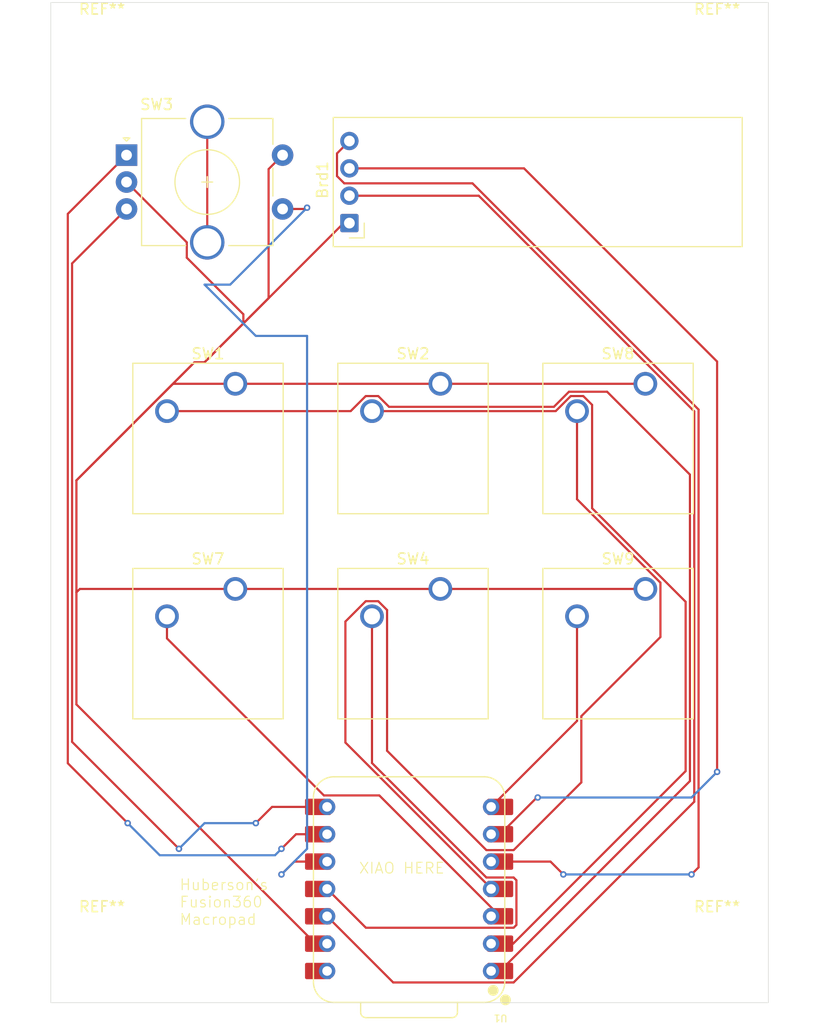
<source format=kicad_pcb>
(kicad_pcb (version 20241229) (generator "pcbnew") (generator_version "9.0")
  (layers (0 "F.Cu" signal) (2 "B.Cu" signal) (13 "F.Paste" user) (15 "B.Paste" user) (5 "F.SilkS" user "F.Silkscreen") (7 "B.SilkS" user "B.Silkscreen") (1 "F.Mask" user) (3 "B.Mask" user) (25 "Edge.Cuts" user))
  (net 0 "")
  (net 1 "Net-(Brd1-VCC)")
  (net 2 "Net-(Brd1-SCL)")
  (net 3 "GND")
  (net 4 "Net-(Brd1-SDA)")
  (net 5 "Net-(U1-GPIO26{slash}ADC0{slash}A0)")
  (net 6 "Net-(U1-GPIO27{slash}ADC1{slash}A1)")
  (net 7 "Net-(U1-GPIO2{slash}SCK)")
  (net 8 "unconnected-(SW3-PadMP)")
  (net 9 "Net-(U1-GPIO4{slash}MISO)")
  (net 10 "Net-(U1-GPIO1{slash}RX)")
  (net 11 "Net-(U1-GPIO3{slash}MOSI)")
  (net 12 "Net-(U1-GPIO28{slash}ADC2{slash}A2)")
  (net 13 "Net-(U1-GPIO29{slash}ADC3{slash}A3)")
  (net 14 "Net-(U1-GPIO0{slash}TX)")
  (net 15 "+5V")
  (footprint "xiao:XIAO-RP2040-DIP" (layer "F.Cu") (at 90.443466 115.646487 180)
    (property "Reference" "U1" (at -8.5 -12 180) (layer "F.SilkS") (effects (font (size 0.635 0.635) (thickness 0.1016))))
    (property "Value" "XIAO-RP2040-DIP")
    (fp_line (start 8.89 8.509) (end 8.89 -8.636) (stroke (width 0.127)) (layer "F.SilkS"))
    (fp_line (start 6.985 -10.541) (end -6.985 -10.541) (stroke (width 0.1)) (layer "F.SilkS"))
    (fp_line (start 6.985 -10.541) (end -6.985 -10.541) (stroke (width 0.127)) (layer "F.SilkS"))
    (fp_line (start 4.504 -11.451) (end 4.504 -10.541) (stroke (width 0.127)) (layer "F.SilkS"))
    (fp_line (start -3.991272 -11.951) (end 4.004 -11.951) (stroke (width 0.127)) (layer "F.SilkS"))
    (fp_line (start -4.495 -10.541) (end -4.491272 -11.451272) (stroke (width 0.127)) (layer "F.SilkS"))
    (fp_line (start -6.985 10.414) (end 6.985 10.414) (stroke (width 0.127)) (layer "F.SilkS"))
    (fp_line (start -8.89 8.509) (end -8.89 -8.636) (stroke (width 0.127)) (layer "F.SilkS"))
    (fp_arc (start 8.89 8.509) (mid 8.332038 9.856038) (end 6.985 10.414) (stroke (width 0.127)) (layer "F.SilkS"))
    (fp_arc (start 6.985 -10.541) (mid 8.332038 -9.983038) (end 8.89 -8.636) (stroke (width 0.127)) (layer "F.SilkS"))
    (fp_arc (start 4.004 -11.951) (mid 4.357553 -11.804553) (end 4.504 -11.451) (stroke (width 0.127)) (layer "F.SilkS"))
    (fp_arc (start -4.491272 -11.451272) (mid -4.344728 -11.80464) (end -3.991272 -11.951) (stroke (width 0.127)) (layer "F.SilkS"))
    (fp_arc (start -6.985 10.414) (mid -8.332038 9.856038) (end -8.89 8.509) (stroke (width 0.127)) (layer "F.SilkS"))
    (fp_arc (start -8.89 -8.636) (mid -8.332038 -9.983038) (end -6.985 -10.541) (stroke (width 0.127)) (layer "F.SilkS"))
    (fp_circle (center -7.807 -9.42) (end -7.807 -9.674) (stroke (width 0.5)) (fill yes) (layer "F.SilkS"))
    (fp_circle (center -8.95 -10.3) (end -8.95 -10.554) (stroke (width 0.5)) (fill yes) (layer "F.SilkS"))
    (pad "1" smd roundrect (at -8.455 -7.62) (size 2.432 1.524) (layers "F.Cu" "F.Mask") (roundrect_rratio 0.1) (net 5 "Net-(U1-GPIO26{slash}ADC0{slash}A0)"))
    (pad "1" thru_hole circle (at -7.62 -7.62) (size 1.524 1.524) (drill 0.889) (layers "*.Cu" "*.Mask") (net 5 "Net-(U1-GPIO26{slash}ADC0{slash}A0)"))
    (pad "2" smd roundrect (at -8.455 -5.08) (size 2.432 1.524) (layers "F.Cu" "F.Mask") (roundrect_rratio 0.1) (net 6 "Net-(U1-GPIO27{slash}ADC1{slash}A1)"))
    (pad "2" thru_hole circle (at -7.62 -5.08) (size 1.524 1.524) (drill 0.889) (layers "*.Cu" "*.Mask") (net 6 "Net-(U1-GPIO27{slash}ADC1{slash}A1)"))
    (pad "3" smd roundrect (at -8.455 -2.54) (size 2.432 1.524) (layers "F.Cu" "F.Mask") (roundrect_rratio 0.1) (net 12 "Net-(U1-GPIO28{slash}ADC2{slash}A2)"))
    (pad "3" thru_hole circle (at -7.62 -2.54) (size 1.524 1.524) (drill 0.889) (layers "*.Cu" "*.Mask") (net 12 "Net-(U1-GPIO28{slash}ADC2{slash}A2)"))
    (pad "4" smd roundrect (at -8.455 0) (size 2.432 1.524) (layers "F.Cu" "F.Mask") (roundrect_rratio 0.1) (net 13 "Net-(U1-GPIO29{slash}ADC3{slash}A3)"))
    (pad "4" thru_hole circle (at -7.62 0) (size 1.524 1.524) (drill 0.889) (layers "*.Cu" "*.Mask") (net 13 "Net-(U1-GPIO29{slash}ADC3{slash}A3)"))
    (pad "5" smd roundrect (at -8.455 2.54) (size 2.432 1.524) (layers "F.Cu" "F.Mask") (roundrect_rratio 0.1) (net 4 "Net-(Brd1-SDA)"))
    (pad "5" thru_hole circle (at -7.62 2.54) (size 1.524 1.524) (drill 0.889) (layers "*.Cu" "*.Mask") (net 4 "Net-(Brd1-SDA)"))
    (pad "6" smd roundrect (at -8.455 5.08) (size 2.432 1.524) (layers "F.Cu" "F.Mask") (roundrect_rratio 0.1) (net 2 "Net-(Brd1-SCL)"))
    (pad "6" thru_hole circle (at -7.62 5.08) (size 1.524 1.524) (drill 0.889) (layers "*.Cu" "*.Mask") (net 2 "Net-(Brd1-SCL)"))
    (pad "7" smd roundrect (at -8.455 7.62) (size 2.432 1.524) (layers "F.Cu" "F.Mask") (roundrect_rratio 0.1) (net 14 "Net-(U1-GPIO0{slash}TX)"))
    (pad "7" thru_hole circle (at -7.62 7.62) (size 1.524 1.524) (drill 0.889) (layers "*.Cu" "*.Mask") (net 14 "Net-(U1-GPIO0{slash}TX)"))
    (pad "8" thru_hole circle (at 7.62 7.62 180) (size 1.524 1.524) (drill 0.889) (layers "*.Cu" "*.Mask") (net 10 "Net-(U1-GPIO1{slash}RX)"))
    (pad "8" smd roundrect (at 8.455 7.62 180) (size 2.432 1.524) (layers "F.Cu" "F.Mask") (roundrect_rratio 0.1) (net 10 "Net-(U1-GPIO1{slash}RX)"))
    (pad "9" thru_hole circle (at 7.62 5.08 180) (size 1.524 1.524) (drill 0.889) (layers "*.Cu" "*.Mask") (net 7 "Net-(U1-GPIO2{slash}SCK)"))
    (pad "9" smd roundrect (at 8.455 5.08 180) (size 2.432 1.524) (layers "F.Cu" "F.Mask") (roundrect_rratio 0.1) (net 7 "Net-(U1-GPIO2{slash}SCK)"))
    (pad "10" thru_hole circle (at 7.62 2.54 180) (size 1.524 1.524) (drill 0.889) (layers "*.Cu" "*.Mask") (net 9 "Net-(U1-GPIO4{slash}MISO)"))
    (pad "10" smd roundrect (at 8.455 2.54 180) (size 2.432 1.524) (layers "F.Cu" "F.Mask") (roundrect_rratio 0.1) (net 9 "Net-(U1-GPIO4{slash}MISO)"))
    (pad "11" thru_hole circle (at 7.62 0 180) (size 1.524 1.524) (drill 0.889) (layers "*.Cu" "*.Mask") (net 11 "Net-(U1-GPIO3{slash}MOSI)"))
    (pad "11" smd roundrect (at 8.455 0 180) (size 2.432 1.524) (layers "F.Cu" "F.Mask") (roundrect_rratio 0.1) (net 11 "Net-(U1-GPIO3{slash}MOSI)"))
    (pad "12" thru_hole circle (at 7.62 -2.54 180) (size 1.524 1.524) (drill 0.889) (layers "*.Cu" "*.Mask") (net 1 "Net-(Brd1-VCC)"))
    (pad "12" smd roundrect (at 8.455 -2.54 180) (size 2.432 1.524) (layers "F.Cu" "F.Mask") (roundrect_rratio 0.1) (net 1 "Net-(Brd1-VCC)"))
    (pad "13" thru_hole circle (at 7.62 -5.08 180) (size 1.524 1.524) (drill 0.889) (layers "*.Cu" "*.Mask") (net 3 "GND"))
    (pad "13" smd roundrect (at 8.455 -5.08 180) (size 2.432 1.524) (layers "F.Cu" "F.Mask") (roundrect_rratio 0.1) (net 3 "GND"))
    (pad "14" thru_hole circle (at 7.62 -7.62 180) (size 1.524 1.524) (drill 0.889) (layers "*.Cu" "*.Mask") (net 15 "+5V"))
    (pad "14" smd roundrect (at 8.455 -7.62 180) (size 2.432 1.524) (layers "F.Cu" "F.Mask") (roundrect_rratio 0.1) (net 15 "+5V"))
  )
  (footprint "Button_Switch_Keyboard:SW_Cherry_MX_1.00u_PCB" (layer "F.Cu") (at 112.395 87.78875)
    (property "Reference" "SW9" (at -2.54 -2.794 0) (layer "F.SilkS"))
    (property "Value" "SW_Push")
    (fp_line (start -9.525 -1.905) (end 4.445 -1.905) (stroke (width 0.12)) (layer "F.SilkS"))
    (fp_line (start -9.525 12.065) (end -9.525 -1.905) (stroke (width 0.12)) (layer "F.SilkS"))
    (fp_line (start 4.445 -1.905) (end 4.445 12.065) (stroke (width 0.12)) (layer "F.SilkS"))
    (fp_line (start 4.445 12.065) (end -9.525 12.065) (stroke (width 0.12)) (layer "F.SilkS"))
    (pad "" np_thru_hole circle (at -7.62 5.08) (size 1.7 1.7) (drill 1.7) (layers "*.Cu" "*.Mask"))
    (pad "" np_thru_hole circle (at -2.54 5.08) (size 4 4) (drill 4) (layers "*.Cu" "*.Mask"))
    (pad "" np_thru_hole circle (at 2.54 5.08) (size 1.7 1.7) (drill 1.7) (layers "*.Cu" "*.Mask"))
    (pad "1" thru_hole circle (at 0 0) (size 2.2 2.2) (drill 1.5) (layers "*.Cu" "*.Mask") (net 3 "GND"))
    (pad "2" thru_hole circle (at -6.35 2.54) (size 2.2 2.2) (drill 1.5) (layers "*.Cu" "*.Mask") (net 14 "Net-(U1-GPIO0{slash}TX)"))
  )
  (footprint "Rotary_Encoder:RotaryEncoder_Alps_EC11E-Switch_Vertical_H20mm_CircularMountingHoles" (layer "F.Cu") (at 64.1875 47.50625)
    (property "Reference" "SW3" (at 2.8 -4.7 0) (layer "F.SilkS"))
    (property "Value" "RotaryEncoder_Switch_MP" (hide yes))
    (fp_line (start -0.3 -1.6) (end 0.3 -1.6) (stroke (width 0.12)) (layer "F.SilkS"))
    (fp_line (start 0 -1.3) (end -0.3 -1.6) (stroke (width 0.12)) (layer "F.SilkS"))
    (fp_line (start 0.3 -1.6) (end 0 -1.3) (stroke (width 0.12)) (layer "F.SilkS"))
    (fp_line (start 1.4 -3.4) (end 1.4 8.4) (stroke (width 0.12)) (layer "F.SilkS"))
    (fp_line (start 5.5 -3.4) (end 1.4 -3.4) (stroke (width 0.12)) (layer "F.SilkS"))
    (fp_line (start 5.5 8.4) (end 1.4 8.4) (stroke (width 0.12)) (layer "F.SilkS"))
    (fp_line (start 7 2.5) (end 8 2.5) (stroke (width 0.12)) (layer "F.SilkS"))
    (fp_line (start 7.5 2) (end 7.5 3) (stroke (width 0.12)) (layer "F.SilkS"))
    (fp_line (start 9.5 -3.4) (end 13.6 -3.4) (stroke (width 0.12)) (layer "F.SilkS"))
    (fp_line (start 13.6 -3.4) (end 13.6 -1) (stroke (width 0.12)) (layer "F.SilkS"))
    (fp_line (start 13.6 1.2) (end 13.6 3.8) (stroke (width 0.12)) (layer "F.SilkS"))
    (fp_line (start 13.6 6) (end 13.6 8.4) (stroke (width 0.12)) (layer "F.SilkS"))
    (fp_line (start 13.6 8.4) (end 9.5 8.4) (stroke (width 0.12)) (layer "F.SilkS"))
    (fp_circle (center 7.5 2.5) (end 10.5 2.5) (stroke (width 0.12)) (fill no) (layer "F.SilkS"))
    (pad "A" thru_hole rect (at 0 0) (size 2 2) (drill 1) (layers "*.Cu" "*.Mask") (net 7 "Net-(U1-GPIO2{slash}SCK)"))
    (pad "B" thru_hole circle (at 0 5) (size 2 2) (drill 1) (layers "*.Cu" "*.Mask") (net 10 "Net-(U1-GPIO1{slash}RX)"))
    (pad "C" thru_hole circle (at 0 2.5) (size 2 2) (drill 1) (layers "*.Cu" "*.Mask") (net 3 "GND"))
    (pad "MP" thru_hole circle (at 7.5 -3.1) (size 3.2 3.2) (drill 2.6) (layers "*.Cu" "*.Mask") (net 8 "unconnected-(SW3-PadMP)"))
    (pad "MP" thru_hole circle (at 7.5 8.1) (size 3.2 3.2) (drill 2.6) (layers "*.Cu" "*.Mask") (net 8 "unconnected-(SW3-PadMP)"))
    (pad "S1" thru_hole circle (at 14.5 5) (size 2 2) (drill 1) (layers "*.Cu" "*.Mask") (net 9 "Net-(U1-GPIO4{slash}MISO)"))
    (pad "S2" thru_hole circle (at 14.5 0) (size 2 2) (drill 1) (layers "*.Cu" "*.Mask") (net 3 "GND"))
  )
  (footprint "Button_Switch_Keyboard:SW_Cherry_MX_1.00u_PCB" (layer "F.Cu") (at 93.345 68.73875)
    (property "Reference" "SW2" (at -2.54 -2.794 0) (layer "F.SilkS"))
    (property "Value" "SW_Push")
    (fp_line (start -9.525 -1.905) (end 4.445 -1.905) (stroke (width 0.12)) (layer "F.SilkS"))
    (fp_line (start -9.525 12.065) (end -9.525 -1.905) (stroke (width 0.12)) (layer "F.SilkS"))
    (fp_line (start 4.445 -1.905) (end 4.445 12.065) (stroke (width 0.12)) (layer "F.SilkS"))
    (fp_line (start 4.445 12.065) (end -9.525 12.065) (stroke (width 0.12)) (layer "F.SilkS"))
    (pad "" np_thru_hole circle (at -7.62 5.08) (size 1.7 1.7) (drill 1.7) (layers "*.Cu" "*.Mask"))
    (pad "" np_thru_hole circle (at -2.54 5.08) (size 4 4) (drill 4) (layers "*.Cu" "*.Mask"))
    (pad "" np_thru_hole circle (at 2.54 5.08) (size 1.7 1.7) (drill 1.7) (layers "*.Cu" "*.Mask"))
    (pad "1" thru_hole circle (at 0 0) (size 2.2 2.2) (drill 1.5) (layers "*.Cu" "*.Mask") (net 3 "GND"))
    (pad "2" thru_hole circle (at -6.35 2.54) (size 2.2 2.2) (drill 1.5) (layers "*.Cu" "*.Mask") (net 6 "Net-(U1-GPIO27{slash}ADC1{slash}A1)"))
  )
  (footprint "Button_Switch_Keyboard:SW_Cherry_MX_1.00u_PCB" (layer "F.Cu") (at 74.295 68.73875)
    (property "Reference" "SW1" (at -2.54 -2.794 0) (layer "F.SilkS"))
    (property "Value" "SW_Push")
    (fp_line (start -9.525 -1.905) (end 4.445 -1.905) (stroke (width 0.12)) (layer "F.SilkS"))
    (fp_line (start -9.525 12.065) (end -9.525 -1.905) (stroke (width 0.12)) (layer "F.SilkS"))
    (fp_line (start 4.445 -1.905) (end 4.445 12.065) (stroke (width 0.12)) (layer "F.SilkS"))
    (fp_line (start 4.445 12.065) (end -9.525 12.065) (stroke (width 0.12)) (layer "F.SilkS"))
    (pad "" np_thru_hole circle (at -7.62 5.08) (size 1.7 1.7) (drill 1.7) (layers "*.Cu" "*.Mask"))
    (pad "" np_thru_hole circle (at -2.54 5.08) (size 4 4) (drill 4) (layers "*.Cu" "*.Mask"))
    (pad "" np_thru_hole circle (at 2.54 5.08) (size 1.7 1.7) (drill 1.7) (layers "*.Cu" "*.Mask"))
    (pad "1" thru_hole circle (at 0 0) (size 2.2 2.2) (drill 1.5) (layers "*.Cu" "*.Mask") (net 3 "GND"))
    (pad "2" thru_hole circle (at -6.35 2.54) (size 2.2 2.2) (drill 1.5) (layers "*.Cu" "*.Mask") (net 5 "Net-(U1-GPIO26{slash}ADC0{slash}A0)"))
  )
  (footprint "Button_Switch_Keyboard:SW_Cherry_MX_1.00u_PCB" (layer "F.Cu") (at 112.395 68.73875)
    (property "Reference" "SW8" (at -2.54 -2.794 0) (layer "F.SilkS"))
    (property "Value" "SW_Push")
    (fp_line (start -9.525 -1.905) (end 4.445 -1.905) (stroke (width 0.12)) (layer "F.SilkS"))
    (fp_line (start -9.525 12.065) (end -9.525 -1.905) (stroke (width 0.12)) (layer "F.SilkS"))
    (fp_line (start 4.445 -1.905) (end 4.445 12.065) (stroke (width 0.12)) (layer "F.SilkS"))
    (fp_line (start 4.445 12.065) (end -9.525 12.065) (stroke (width 0.12)) (layer "F.SilkS"))
    (pad "" np_thru_hole circle (at -7.62 5.08) (size 1.7 1.7) (drill 1.7) (layers "*.Cu" "*.Mask"))
    (pad "" np_thru_hole circle (at -2.54 5.08) (size 4 4) (drill 4) (layers "*.Cu" "*.Mask"))
    (pad "" np_thru_hole circle (at 2.54 5.08) (size 1.7 1.7) (drill 1.7) (layers "*.Cu" "*.Mask"))
    (pad "1" thru_hole circle (at 0 0) (size 2.2 2.2) (drill 1.5) (layers "*.Cu" "*.Mask") (net 3 "GND"))
    (pad "2" thru_hole circle (at -6.35 2.54) (size 2.2 2.2) (drill 1.5) (layers "*.Cu" "*.Mask") (net 13 "Net-(U1-GPIO29{slash}ADC3{slash}A3)"))
  )
  (footprint "MountingHole:MountingHole_3.2mm_M3" (layer "F.Cu") (at 119.0625 38.1)
    (property "Reference" "REF**" (at 0 -4.15 0) (layer "F.SilkS"))
    (property "Value" "MountingHole_3.2mm_M3")
    (pad "" np_thru_hole circle (at 0 0) (size 3.2 3.2) (drill 3.2) (layers "*.Cu" "*.Mask"))
  )
  (footprint "Button_Switch_Keyboard:SW_Cherry_MX_1.00u_PCB" (layer "F.Cu") (at 93.345 87.78875)
    (property "Reference" "SW4" (at -2.54 -2.794 0) (layer "F.SilkS"))
    (property "Value" "SW_Push")
    (fp_line (start -9.525 -1.905) (end 4.445 -1.905) (stroke (width 0.12)) (layer "F.SilkS"))
    (fp_line (start -9.525 12.065) (end -9.525 -1.905) (stroke (width 0.12)) (layer "F.SilkS"))
    (fp_line (start 4.445 -1.905) (end 4.445 12.065) (stroke (width 0.12)) (layer "F.SilkS"))
    (fp_line (start 4.445 12.065) (end -9.525 12.065) (stroke (width 0.12)) (layer "F.SilkS"))
    (pad "" np_thru_hole circle (at -7.62 5.08) (size 1.7 1.7) (drill 1.7) (layers "*.Cu" "*.Mask"))
    (pad "" np_thru_hole circle (at -2.54 5.08) (size 4 4) (drill 4) (layers "*.Cu" "*.Mask"))
    (pad "" np_thru_hole circle (at 2.54 5.08) (size 1.7 1.7) (drill 1.7) (layers "*.Cu" "*.Mask"))
    (pad "1" thru_hole circle (at 0 0) (size 2.2 2.2) (drill 1.5) (layers "*.Cu" "*.Mask") (net 3 "GND"))
    (pad "2" thru_hole circle (at -6.35 2.54) (size 2.2 2.2) (drill 1.5) (layers "*.Cu" "*.Mask") (net 11 "Net-(U1-GPIO3{slash}MOSI)"))
  )
  (footprint "Button_Switch_Keyboard:SW_Cherry_MX_1.00u_PCB" (layer "F.Cu") (at 74.295 87.78875)
    (property "Reference" "SW7" (at -2.54 -2.794 0) (layer "F.SilkS"))
    (property "Value" "SW_Push")
    (fp_line (start -9.525 -1.905) (end 4.445 -1.905) (stroke (width 0.12)) (layer "F.SilkS"))
    (fp_line (start -9.525 12.065) (end -9.525 -1.905) (stroke (width 0.12)) (layer "F.SilkS"))
    (fp_line (start 4.445 -1.905) (end 4.445 12.065) (stroke (width 0.12)) (layer "F.SilkS"))
    (fp_line (start 4.445 12.065) (end -9.525 12.065) (stroke (width 0.12)) (layer "F.SilkS"))
    (pad "" np_thru_hole circle (at -7.62 5.08) (size 1.7 1.7) (drill 1.7) (layers "*.Cu" "*.Mask"))
    (pad "" np_thru_hole circle (at -2.54 5.08) (size 4 4) (drill 4) (layers "*.Cu" "*.Mask"))
    (pad "" np_thru_hole circle (at 2.54 5.08) (size 1.7 1.7) (drill 1.7) (layers "*.Cu" "*.Mask"))
    (pad "1" thru_hole circle (at 0 0) (size 2.2 2.2) (drill 1.5) (layers "*.Cu" "*.Mask") (net 3 "GND"))
    (pad "2" thru_hole circle (at -6.35 2.54) (size 2.2 2.2) (drill 1.5) (layers "*.Cu" "*.Mask") (net 12 "Net-(U1-GPIO28{slash}ADC2{slash}A2)"))
  )
  (footprint "MountingHole:MountingHole_3.2mm_M3" (layer "F.Cu") (at 119.0625 121.44375)
    (property "Reference" "REF**" (at 0 -4.15 0) (layer "F.SilkS"))
    (property "Value" "MountingHole_3.2mm_M3")
    (pad "" np_thru_hole circle (at 0 0) (size 3.2 3.2) (drill 3.2) (layers "*.Cu" "*.Mask"))
  )
  (footprint "MountingHole:MountingHole_3.2mm_M3" (layer "F.Cu") (at 61.9125 38.1)
    (property "Reference" "REF**" (at 0 -4.15 0) (layer "F.SilkS"))
    (property "Value" "MountingHole_3.2mm_M3")
    (pad "" np_thru_hole circle (at 0 0) (size 3.2 3.2) (drill 3.2) (layers "*.Cu" "*.Mask"))
  )
  (footprint "MountingHole:MountingHole_3.2mm_M3" (layer "F.Cu") (at 61.9125 121.44375)
    (property "Reference" "REF**" (at 0 -4.15 0) (layer "F.SilkS"))
    (property "Value" "MountingHole_3.2mm_M3")
    (pad "" np_thru_hole circle (at 0 0) (size 3.2 3.2) (drill 3.2) (layers "*.Cu" "*.Mask"))
  )
  (footprint "Hackclub Footprints:OLED_0.91_128x32" (layer "F.Cu") (at 84.89375 53.81625 90)
    (property "Reference" "Brd1" (at 4 -2.5 90) (layer "F.SilkS"))
    (property "Value" "SSD1306")
    (fp_line (start -1.38 0) (end -1.38 1.38) (stroke (width 0.12)) (layer "F.SilkS"))
    (fp_line (start 0 1.38) (end -1.38 1.38) (stroke (width 0.12)) (layer "F.SilkS"))
    (fp_rect (start -2.19 -1.5) (end 9.81 36.5) (stroke (width 0.12)) (fill no) (layer "F.SilkS"))
    (pad "1" thru_hole roundrect (at 0 0 90) (size 1.7 1.7) (drill 1) (layers "*.Cu" "*.Mask") (roundrect_rratio 0.1) (net 3 "GND"))
    (pad "2" thru_hole circle (at 2.54 0 90) (size 1.7 1.7) (drill 1) (layers "*.Cu" "*.Mask") (net 1 "Net-(Brd1-VCC)"))
    (pad "3" thru_hole circle (at 5.08 0 90) (size 1.7 1.7) (drill 1) (layers "*.Cu" "*.Mask") (net 2 "Net-(Brd1-SCL)"))
    (pad "4" thru_hole circle (at 7.62 0 90) (size 1.7 1.7) (drill 1) (layers "*.Cu" "*.Mask") (net 4 "Net-(Brd1-SDA)"))
  )
  (gr_rect (start 57.15 33.3375) (end 123.825 126.20625) (stroke (width 0.05)) (fill no) (layer "Edge.Cuts"))
  (gr_text "Huberson's \nFusion360 \nMacropad" (at 69.05625 119.0625 0) (layer "F.SilkS") (effects (font (size 1 1) (thickness 0.1)) (justify left bottom)))
  (gr_text "XIAO HERE" (at 85.725 114.3 0) (layer "F.SilkS") (effects (font (size 1 1) (thickness 0.1)) (justify left bottom)))
  (segment (start 100.154092 124.329487) (end 116.938 107.545579) (width 0.2) (layer "F.Cu") (net 1))
  (segment (start 84.89375 51.27625) (end 96.913814 51.27625) (width 0.2) (layer "F.Cu") (net 1))
  (segment (start 116.938 71.300436) (end 116.938 107.545579) (width 0.2) (layer "F.Cu") (net 1))
  (segment (start 96.913814 51.27625) (end 116.938 71.300436) (width 0.2) (layer "F.Cu") (net 1))
  (segment (start 88.966466 124.329487) (end 100.154092 124.329487) (width 0.2) (layer "F.Cu") (net 1))
  (segment (start 82.823466 118.186487) (end 88.966466 124.329487) (width 0.2) (layer "F.Cu") (net 1))
  (segment (start 84.89375 48.73625) (end 101.12375 48.73625) (width 0.2) (layer "F.Cu") (net 2))
  (segment (start 101.12375 48.73625) (end 119.0625 66.675) (width 0.2) (layer "F.Cu") (net 2))
  (segment (start 102.39375 107.15625) (end 102.308703 107.15625) (width 0.2) (layer "F.Cu") (net 2))
  (segment (start 119.0625 66.675) (end 119.0625 104.775) (width 0.2) (layer "F.Cu") (net 2))
  (segment (start 102.308703 107.15625) (end 98.898466 110.566487) (width 0.2) (layer "F.Cu") (net 2))
  (via (at 102.39375 107.15625) (size 0.6) (drill 0.3) (layers "F.Cu" "B.Cu") (net 2))
  (via (at 119.0625 104.775) (size 0.6) (drill 0.3) (layers "F.Cu" "B.Cu") (net 2))
  (segment (start 116.68125 107.15625) (end 102.39375 107.15625) (width 0.2) (layer "B.Cu") (net 2))
  (segment (start 119.0625 104.775) (end 116.68125 107.15625) (width 0.2) (layer "B.Cu") (net 2))
  (segment (start 74.295 68.73875) (end 68.503686 68.73875) (width 0.2) (layer "F.Cu") (net 3))
  (segment (start 69.7865 57.030307) (end 75.043125 62.286932) (width 0.2) (layer "F.Cu") (net 3))
  (segment (start 93.345 68.73875) (end 74.295 68.73875) (width 0.2) (layer "F.Cu") (net 3))
  (segment (start 75.043125 63.136875) (end 71.47125 66.70875) (width 0.2) (layer "F.Cu") (net 3))
  (segment (start 74.295 87.78875) (end 59.84875 87.78875) (width 0.2) (layer "F.Cu") (net 3))
  (segment (start 69.7865 55.60525) (end 69.7865 57.030307) (width 0.2) (layer "F.Cu") (net 3))
  (segment (start 71.47125 66.70875) (end 71.4375 66.7425) (width 0.2) (layer "F.Cu") (net 3))
  (segment (start 59.84875 87.78875) (end 59.53125 88.10625) (width 0.2) (layer "F.Cu") (net 3))
  (segment (start 68.503686 68.73875) (end 61.477468 75.764968) (width 0.2) (layer "F.Cu") (net 3))
  (segment (start 93.345 87.78875) (end 74.295 87.78875) (width 0.2) (layer "F.Cu") (net 3))
  (segment (start 84.89375 53.81625) (end 84.36375 53.81625) (width 0.2) (layer "F.Cu") (net 3))
  (segment (start 70.251 66.991436) (end 59.53125 77.711186) (width 0.2) (layer "F.Cu") (net 3))
  (segment (start 84.36375 53.81625) (end 71.47125 66.70875) (width 0.2) (layer "F.Cu") (net 3))
  (segment (start 75.043125 62.286932) (end 75.043125 63.136875) (width 0.2) (layer "F.Cu") (net 3))
  (segment (start 112.395 68.73875) (end 93.345 68.73875) (width 0.2) (layer "F.Cu") (net 3))
  (segment (start 61.477468 75.764968) (end 59.53125 77.711186) (width 0.2) (layer "F.Cu") (net 3))
  (segment (start 70.499936 66.7425) (end 61.477468 75.764968) (width 0.2) (layer "F.Cu") (net 3))
  (segment (start 59.53125 77.711186) (end 59.53125 88.10625) (width 0.2) (layer "F.Cu") (net 3))
  (segment (start 71.4375 66.7425) (end 70.499936 66.7425) (width 0.2) (layer "F.Cu") (net 3))
  (segment (start 78.6875 47.50625) (end 77.3865 48.80725) (width 0.2) (layer "F.Cu") (net 3))
  (segment (start 77.3865 60.7935) (end 75.043125 63.136875) (width 0.2) (layer "F.Cu") (net 3))
  (segment (start 81.745836 120.726487) (end 81.988466 120.726487) (width 0.2) (layer "F.Cu") (net 3))
  (segment (start 64.1875 50.00625) (end 69.7865 55.60525) (width 0.2) (layer "F.Cu") (net 3))
  (segment (start 59.53125 88.10625) (end 59.53125 98.511901) (width 0.2) (layer "F.Cu") (net 3))
  (segment (start 59.53125 98.511901) (end 81.745836 120.726487) (width 0.2) (layer "F.Cu") (net 3))
  (segment (start 112.395 87.78875) (end 93.345 87.78875) (width 0.2) (layer "F.Cu") (net 3))
  (segment (start 77.3865 48.80725) (end 77.3865 60.7935) (width 0.2) (layer "F.Cu") (net 3))
  (segment (start 103.581487 113.106487) (end 98.898466 113.106487) (width 0.2) (layer "F.Cu") (net 4))
  (segment (start 104.775 114.3) (end 103.581487 113.106487) (width 0.2) (layer "F.Cu") (net 4))
  (segment (start 117.339 113.64225) (end 116.68125 114.3) (width 0.2) (layer "F.Cu") (net 4))
  (segment (start 96.329914 50.12525) (end 117.339 71.134336) (width 0.2) (layer "F.Cu") (net 4))
  (segment (start 84.41699 50.12525) (end 96.329914 50.12525) (width 0.2) (layer "F.Cu") (net 4))
  (segment (start 83.74275 49.45101) (end 84.41699 50.12525) (width 0.2) (layer "F.Cu") (net 4))
  (segment (start 84.89375 46.19625) (end 83.74275 47.34725) (width 0.2) (layer "F.Cu") (net 4))
  (segment (start 83.74275 47.34725) (end 83.74275 49.45101) (width 0.2) (layer "F.Cu") (net 4))
  (segment (start 117.339 71.134336) (end 117.339 113.64225) (width 0.2) (layer "F.Cu") (net 4))
  (via (at 104.775 114.3) (size 0.6) (drill 0.3) (layers "F.Cu" "B.Cu") (net 4))
  (via (at 116.68125 114.3) (size 0.6) (drill 0.3) (layers "F.Cu" "B.Cu") (net 4))
  (segment (start 116.68125 114.3) (end 104.775 114.3) (width 0.2) (layer "B.Cu") (net 4))
  (segment (start 88.575314 70.87775) (end 103.897586 70.87775) (width 0.2) (layer "F.Cu") (net 5))
  (segment (start 105.298586 69.47675) (end 108.837816 69.47675) (width 0.2) (layer "F.Cu") (net 5))
  (segment (start 103.897586 70.87775) (end 105.298586 69.47675) (width 0.2) (layer "F.Cu") (net 5))
  (segment (start 108.837816 69.47675) (end 116.537 77.175934) (width 0.2) (layer "F.Cu") (net 5))
  (segment (start 87.575314 69.87775) (end 88.575314 70.87775) (width 0.2) (layer "F.Cu") (net 5))
  (segment (start 67.945 71.27875) (end 85.013686 71.27875) (width 0.2) (layer "F.Cu") (net 5))
  (segment (start 86.414686 69.87775) (end 87.575314 69.87775) (width 0.2) (layer "F.Cu") (net 5))
  (segment (start 116.537 105.627953) (end 98.898466 123.266487) (width 0.2) (layer "F.Cu") (net 5))
  (segment (start 116.537 77.175934) (end 116.537 105.627953) (width 0.2) (layer "F.Cu") (net 5))
  (segment (start 85.013686 71.27875) (end 86.414686 69.87775) (width 0.2) (layer "F.Cu") (net 5))
  (segment (start 116.136 104.704953) (end 100.114466 120.726487) (width 0.2) (layer "F.Cu") (net 6))
  (segment (start 107.446 80.291336) (end 116.136 88.981336) (width 0.2) (layer "F.Cu") (net 6))
  (segment (start 116.136 88.981336) (end 116.136 104.704953) (width 0.2) (layer "F.Cu") (net 6))
  (segment (start 106.625314 69.87775) (end 107.446 70.698436) (width 0.2) (layer "F.Cu") (net 6))
  (segment (start 86.995 71.27875) (end 104.063686 71.27875) (width 0.2) (layer "F.Cu") (net 6))
  (segment (start 105.464686 69.87775) (end 106.625314 69.87775) (width 0.2) (layer "F.Cu") (net 6))
  (segment (start 107.446 70.698436) (end 107.446 80.291336) (width 0.2) (layer "F.Cu") (net 6))
  (segment (start 100.114466 120.726487) (end 98.898466 120.726487) (width 0.2) (layer "F.Cu") (net 6))
  (segment (start 104.063686 71.27875) (end 105.464686 69.87775) (width 0.2) (layer "F.Cu") (net 6))
  (segment (start 58.72925 103.973) (end 64.29375 109.5375) (width 0.2) (layer "F.Cu") (net 7))
  (segment (start 64.1875 47.50625) (end 58.72925 52.9645) (width 0.2) (layer "F.Cu") (net 7))
  (segment (start 79.933513 110.566487) (end 82.823466 110.566487) (width 0.2) (layer "F.Cu") (net 7))
  (segment (start 78.58125 111.91875) (end 79.933513 110.566487) (width 0.2) (layer "F.Cu") (net 7))
  (segment (start 58.72925 52.9645) (end 58.72925 103.973) (width 0.2) (layer "F.Cu") (net 7))
  (via (at 64.29375 109.5375) (size 0.6) (drill 0.3) (layers "F.Cu" "B.Cu") (net 7))
  (via (at 78.58125 111.91875) (size 0.6) (drill 0.3) (layers "F.Cu" "B.Cu") (net 7))
  (segment (start 67.276 112.51975) (end 77.98025 112.51975) (width 0.2) (layer "B.Cu") (net 7))
  (segment (start 77.98025 112.51975) (end 78.58125 111.91875) (width 0.2) (layer "B.Cu") (net 7))
  (segment (start 64.29375 109.5375) (end 67.276 112.51975) (width 0.2) (layer "B.Cu") (net 7))
  (segment (start 71.6875 55.60625) (end 71.6875 44.40625) (width 0.2) (layer "F.Cu") (net 8))
  (segment (start 78.58125 114.3) (end 79.774763 113.106487) (width 0.2) (layer "F.Cu") (net 9))
  (segment (start 79.774763 113.106487) (end 81.988466 113.106487) (width 0.2) (layer "F.Cu") (net 9))
  (segment (start 78.6875 52.50625) (end 80.84375 52.50625) (width 0.2) (layer "F.Cu") (net 9))
  (segment (start 80.84375 52.50625) (end 80.9625 52.3875) (width 0.2) (layer "F.Cu") (net 9))
  (via (at 78.58125 114.3) (size 0.6) (drill 0.3) (layers "F.Cu" "B.Cu") (net 9))
  (via (at 80.9625 52.3875) (size 0.6) (drill 0.3) (layers "F.Cu" "B.Cu") (net 9))
  (segment (start 80.9625 52.3875) (end 73.81875 59.53125) (width 0.2) (layer "B.Cu") (net 9))
  (segment (start 71.4375 59.53125) (end 76.2 64.29375) (width 0.2) (layer "B.Cu") (net 9))
  (segment (start 76.2 64.29375) (end 80.9625 64.29375) (width 0.2) (layer "B.Cu") (net 9))
  (segment (start 73.81875 59.53125) (end 71.4375 59.53125) (width 0.2) (layer "B.Cu") (net 9))
  (segment (start 80.9625 64.29375) (end 80.9625 111.91875) (width 0.2) (layer "B.Cu") (net 9))
  (segment (start 80.9625 111.91875) (end 78.58125 114.3) (width 0.2) (layer "B.Cu") (net 9))
  (segment (start 77.711013 108.026487) (end 81.988466 108.026487) (width 0.2) (layer "F.Cu") (net 10))
  (segment (start 64.1875 52.50625) (end 59.13025 57.5635) (width 0.2) (layer "F.Cu") (net 10))
  (segment (start 59.13025 57.5635) (end 59.13025 101.99275) (width 0.2) (layer "F.Cu") (net 10))
  (segment (start 76.2 109.5375) (end 77.711013 108.026487) (width 0.2) (layer "F.Cu") (net 10))
  (segment (start 59.13025 101.99275) (end 69.05625 111.91875) (width 0.2) (layer "F.Cu") (net 10))
  (via (at 76.2 109.5375) (size 0.6) (drill 0.3) (layers "F.Cu" "B.Cu") (net 10))
  (via (at 69.05625 111.91875) (size 0.6) (drill 0.3) (layers "F.Cu" "B.Cu") (net 10))
  (segment (start 69.05625 111.91875) (end 71.4375 109.5375) (width 0.2) (layer "B.Cu") (net 10))
  (segment (start 71.4375 109.5375) (end 76.2 109.5375) (width 0.2) (layer "B.Cu") (net 10))
  (segment (start 100.154092 119.249487) (end 86.426466 119.249487) (width 0.2) (layer "F.Cu") (net 11))
  (segment (start 86.426466 119.249487) (end 82.823466 115.646487) (width 0.2) (layer "F.Cu") (net 11))
  (segment (start 100.154092 114.583487) (end 100.415466 114.844861) (width 0.2) (layer "F.Cu") (net 11))
  (segment (start 86.995 90.32875) (end 86.995 103.955331) (width 0.2) (layer "F.Cu") (net 11))
  (segment (start 100.415466 118.988113) (end 100.154092 119.249487) (width 0.2) (layer "F.Cu") (net 11))
  (segment (start 97.623156 114.583487) (end 100.154092 114.583487) (width 0.2) (layer "F.Cu") (net 11))
  (segment (start 86.995 103.955331) (end 97.623156 114.583487) (width 0.2) (layer "F.Cu") (net 11))
  (segment (start 100.415466 114.844861) (end 100.415466 118.988113) (width 0.2) (layer "F.Cu") (net 11))
  (segment (start 67.945 92.383566) (end 82.524921 106.963487) (width 0.2) (layer "F.Cu") (net 12))
  (segment (start 67.945 90.32875) (end 67.945 92.383566) (width 0.2) (layer "F.Cu") (net 12))
  (segment (start 82.524921 106.963487) (end 87.675466 106.963487) (width 0.2) (layer "F.Cu") (net 12))
  (segment (start 87.675466 106.963487) (end 98.898466 118.186487) (width 0.2) (layer "F.Cu") (net 12))
  (segment (start 97.623156 112.043487) (end 88.396 102.816331) (width 0.2) (layer "F.Cu") (net 13))
  (segment (start 113.796 92.252566) (end 106.446 99.602566) (width 0.2) (layer "F.Cu") (net 13))
  (segment (start 98.119056 115.646487) (end 98.898466 115.646487) (width 0.2) (layer "F.Cu") (net 13))
  (segment (start 88.396 102.816331) (end 88.396 89.748436) (width 0.2) (layer "F.Cu") (net 13))
  (segment (start 106.446 99.602566) (end 106.446 105.751579) (width 0.2) (layer "F.Cu") (net 13))
  (segment (start 87.575314 88.92775) (end 86.414686 88.92775) (width 0.2) (layer "F.Cu") (net 13))
  (segment (start 86.414686 88.92775) (end 84.524 90.818436) (width 0.2) (layer "F.Cu") (net 13))
  (segment (start 100.154092 112.043487) (end 97.623156 112.043487) (width 0.2) (layer "F.Cu") (net 13))
  (segment (start 106.446 105.751579) (end 100.154092 112.043487) (width 0.2) (layer "F.Cu") (net 13))
  (segment (start 84.524 90.818436) (end 84.524 102.051431) (width 0.2) (layer "F.Cu") (net 13))
  (segment (start 84.524 102.051431) (end 98.119056 115.646487) (width 0.2) (layer "F.Cu") (net 13))
  (segment (start 113.796 87.208436) (end 113.796 92.252566) (width 0.2) (layer "F.Cu") (net 13))
  (segment (start 106.045 71.27875) (end 106.045 79.457436) (width 0.2) (layer "F.Cu") (net 13))
  (segment (start 106.045 79.457436) (end 113.796 87.208436) (width 0.2) (layer "F.Cu") (net 13))
  (segment (start 88.396 89.748436) (end 87.575314 88.92775) (width 0.2) (layer "F.Cu") (net 13))
  (segment (start 106.045 100.044953) (end 98.063466 108.026487) (width 0.2) (layer "F.Cu") (net 14))
  (segment (start 106.045 90.32875) (end 106.045 100.044953) (width 0.2) (layer "F.Cu") (net 14))
)
</source>
